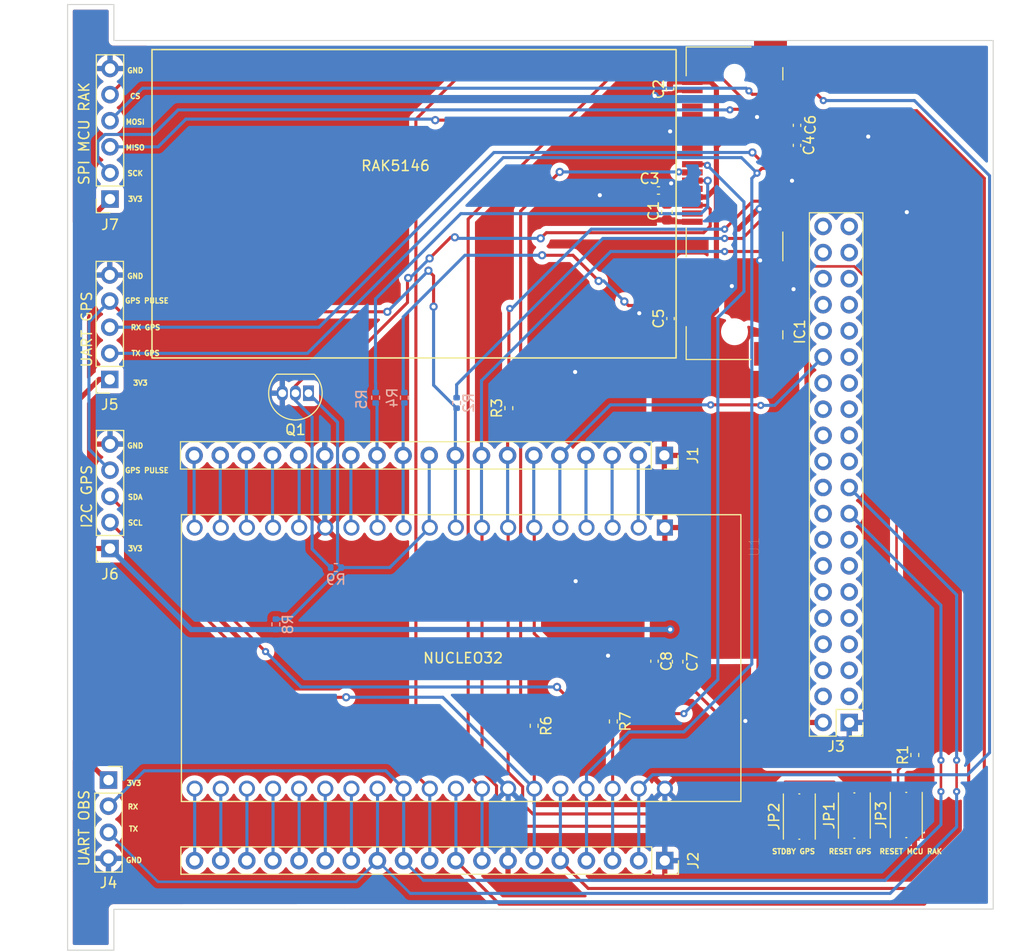
<source format=kicad_pcb>
(kicad_pcb (version 20211014) (generator pcbnew)
  (layers (0 "F.Cu" power) (31 "B.Cu" power) (34 "B.Paste" user) (35 "F.Paste" user) (36 "B.SilkS" user "B.Silkscreen") (37 "F.SilkS" user "F.Silkscreen") (38 "B.Mask" user) (39 "F.Mask" user) (44 "Edge.Cuts" user))
  (net 0 "")
  (net 1 "+3V3")
  (net 2 "GND")
  (net 6 "Net-(IC1-Pad32)")
  (net 12 "Net-(IC1-Pad30)")
  (net 16 "Net-(IC1-Pad28)")
  (net 18 "Net-(IC1-Pad23)")
  (net 19 "Net-(IC1-Pad22)")
  (net 20 "/8")
  (net 21 "Net-(IC1-Pad19)")
  (net 22 "Net-(IC1-Pad13)")
  (net 23 "/23")
  (net 24 "Net-(IC1-Pad6)")
  (net 25 "/24")
  (net 26 "/USB_DM")
  (net 27 "/USB_DP")
  (net 30 "/28")
  (net 32 "/27")
  (net 34 "/21")
  (net 35 "/29")
  (net 36 "/2")
  (net 37 "/3")
  (net 38 "/4")
  (net 39 "/5")
  (net 40 "/6")
  (net 41 "/7")
  (net 42 "/9")
  (net 43 "/10")
  (net 44 "/11")
  (net 45 "/12")
  (net 46 "/13")
  (net 47 "/15")
  (net 48 "/16")
  (net 49 "/17")
  (net 50 "/18")
  (net 51 "/19")
  (net 52 "/22")
  (net 53 "/25")
  (net 54 "/30")
  (net 55 "/31")
  (net 56 "/32")
  (net 57 "/33")
  (net 58 "/34")
  (net 59 "/35")
  (net 60 "/36")
  (net 61 "/37")
  (net 62 "/38")
  (footprint "Capacitor_SMD:C_0402_1005Metric" (layer "F.Cu") (at 162.99 40.34 -90)
    (fp_text reference "C2")
    (fp_text value "100n")
  )
  (footprint "Capacitor_SMD:C_0402_1005Metric" (layer "F.Cu") (at 161.87 50.2 180)
    (fp_text reference "C3")
    (fp_text value "100n")
  )
  (footprint "Resistor_SMD:R_0402_1005Metric" (layer "F.Cu") (at 149.78 102.28 -90)
    (fp_text reference "R6")
    (fp_text value "100")
  )
  (footprint "Button_Switch_SMD:SW_Push_1P1T_NO_CK_KMR2" (layer "F.Cu") (at 185.9635 110.955745 90)
    (fp_text reference "JP3")
    (fp_text value "Jumper_MCU_Reset_Open")
  )
  (footprint "Package_TO_SOT_THT:TO-92_Inline" (layer "F.Cu") (at 127.8335 69.920745 180)
    (fp_text reference "Q1")
    (fp_text value "BC548")
  )
  (footprint "Capacitor_SMD:C_0402_1005Metric" (layer "F.Cu") (at 163.04 62.66 90)
    (fp_text reference "C5")
    (fp_text value "100n")
  )
  (footprint "Connector_PinSocket_2.54mm:PinSocket_1x19_P2.54mm_Vertical" (layer "F.Cu") (at 162.4385 75.970745 -90)
    (fp_text reference "J1")
    (fp_text value "Conn_01x19")
  )
  (footprint "Resistor_SMD:R_0402_1005Metric" (layer "F.Cu") (at 186.7935 105.117745 90)
    (fp_text reference "R1")
    (fp_text value "0")
  )
  (footprint "Resistor_SMD:R_0402_1005Metric" (layer "F.Cu") (at 157.48 101.854 -90)
    (fp_text reference "R7")
    (fp_text value "100")
  )
  (footprint "Button_Switch_SMD:SW_Push_1P1T_NO_CK_KMR2" (layer "F.Cu") (at 175.5635 111.105745 90)
    (fp_text reference "JP2")
    (fp_text value "Jumper_STANDY_GPS_Open")
  )
  (footprint "Resistor_SMD:R_0402_1005Metric" (layer "F.Cu") (at 147.32 71.374 90)
    (fp_text reference "R3")
    (fp_text value "0")
  )
  (footprint "Connector_PinSocket_2.54mm:PinSocket_1x04_P2.54mm_Vertical" (layer "F.Cu") (at 108.3885 107.555745)
    (fp_text reference "J4")
    (fp_text value "Calculatrice_UART_groove")
  )
  (footprint "Capacitor_SMD:C_0603_1608Metric" (layer "F.Cu") (at 163.73 96.04 -90)
    (fp_text reference "C7")
    (fp_text value "10u")
  )
  (footprint "Capacitor_SMD:C_0402_1005Metric" (layer "F.Cu") (at 161.48 95.99 -90)
    (fp_text reference "C8")
    (fp_text value "100n")
  )
  (footprint "Connector_PinSocket_2.54mm:PinSocket_1x19_P2.54mm_Vertical" (layer "F.Cu") (at 162.48 115.39 -90)
    (fp_text reference "J2")
    (fp_text value "Conn_01x19")
  )
  (footprint "Capacitor_SMD:C_0402_1005Metric" (layer "F.Cu") (at 175.34 45.81 -90)
    (fp_text reference "C4")
    (fp_text value "100n")
  )
  (footprint "Button_Switch_SMD:SW_Push_1P1T_NO_CK_KMR2" (layer "F.Cu") (at 180.9135 111.005745 90)
    (fp_text reference "JP1")
    (fp_text value "Jumper_RESET_GPS_Open")
  )
  (footprint "Connector_PinSocket_2.54mm:PinSocket_1x05_P2.54mm_Vertical" (layer "F.Cu") (at 108.5135 68.580745 180)
    (fp_text reference "J5")
    (fp_text value "RAK5146_UART_groove(GPS)")
  )
  (footprint "ESP32-DEVKITC-32D:MODULE_ESP32-DEVKITC-32D" (layer "F.Cu") (at 142.73 95.69 -90)
    (fp_text reference "U1")
    (fp_text value "ESP32-DEVKITC-32D")
  )
  (footprint "Connector_PinSocket_2.54mm:PinSocket_1x06_P2.54mm_Vertical" (layer "F.Cu") (at 108.5385 51.030745 180)
    (fp_text reference "J7")
    (fp_text value "RAK5146_SPI_groove(MCU)")
  )
  (footprint "Connector_PinSocket_2.54mm:PinSocket_1x05_P2.54mm_Vertical" (layer "F.Cu") (at 108.5385 85.030745 180)
    (fp_text reference "J6")
    (fp_text value "RAK5146_I2C_groove(GPS)")
  )
  (footprint "Connector_PinHeader_2.54mm:PinHeader_2x20_P2.54mm_Vertical" (layer "F.Cu") (at 180.4135 101.955745 180)
    (fp_text reference "J3")
    (fp_text value "Bus Standard")
  )
  (footprint "Capacitor_SMD:C_0603_1608Metric" (layer "F.Cu") (at 162.69 52.29 -90)
    (fp_text reference "C1")
    (fp_text value "10u")
  )
  (footprint "Connector_PCBEdge:BUS_PCI_Express_Mini" (layer "F.Cu") (at 169.26 51.44 90)
    (fp_text reference "IC1")
    (fp_text value "PCI_EXPRESS_CARD")
  )
  (footprint "Capacitor_SMD:C_0402_1005Metric" (layer "F.Cu") (at 175.34 43.86 90)
    (fp_text reference "C6")
    (fp_text value "100n")
  )
  (footprint "Resistor_SMD:R_0402_1005Metric" (layer "B.Cu") (at 130.4985 86.880745)
    (fp_text reference "R9")
    (fp_text value "100")
  )
  (footprint "Resistor_SMD:R_0402_1005Metric" (layer "B.Cu") (at 134.366 70.358 -90)
    (fp_text reference "R5")
    (fp_text value "0")
  )
  (footprint "Resistor_SMD:R_0402_1005Metric" (layer "B.Cu") (at 142.24 70.866 90)
    (fp_text reference "R2")
    (fp_text value "100")
  )
  (footprint "Resistor_SMD:R_0402_1005Metric" (layer "B.Cu") (at 137.16 70.36 -90)
    (fp_text reference "R4")
    (fp_text value "0")
  )
  (footprint "Resistor_SMD:R_0402_1005Metric" (layer "B.Cu") (at 124.6635 92.405745 90)
    (fp_text reference "R8")
    (fp_text value "NC")
  )
  (gr_rect (start 112.62 66.49) (end 163.58 36.49) (layer "F.SilkS") (width 0.15) (fill none))
  (gr_line (start 194.4135 35.605745) (end 194.4135 120.105745) (layer "Edge.Cuts") (width 0.1))
  (gr_line (start 104.4135 32.105745) (end 108.9135 32.105745) (layer "Edge.Cuts") (width 0.1))
  (gr_line (start 108.9135 124.105745) (end 104.4135 124.105745) (layer "Edge.Cuts") (width 0.1))
  (gr_line (start 108.9135 120.130745) (end 194.4135 120.105745) (layer "Edge.Cuts") (width 0.1))
  (gr_line (start 108.9135 35.605745) (end 194.4135 35.605745) (layer "Edge.Cuts") (width 0.1))
  (gr_line (start 108.9135 32.105745) (end 108.9135 35.605745) (layer "Edge.Cuts") (width 0.1))
  (gr_line (start 104.4135 124.105745) (end 104.4135 32.105745) (layer "Edge.Cuts") (width 0.1))
  (gr_line (start 108.9135 124.105745) (end 108.9135 120.130745) (layer "Edge.Cuts") (width 0.1))
  (gr_text "UART OBS" (at 106.0215 112.231745 90) (layer "F.SilkS") (effects (font (size 1 1))))
  (gr_text "UART GPS\n" (at 106.2755 63.717745 90) (layer "F.SilkS") (effects (font (size 1 1))))
  (gr_text "GND" (at 110.9885 75.030745) (layer "F.SilkS") (effects (font (size 0.5 0.5) (thickness 0.125))))
  (gr_text "SCL" (at 110.9885 82.530745) (layer "F.SilkS") (effects (font (size 0.5 0.5) (thickness 0.125))))
  (gr_text "RX GPS" (at 111.9885 63.530745) (layer "F.SilkS") (effects (font (size 0.5 0.5) (thickness 0.125))))
  (gr_text "GND" (at 110.8635 115.355745) (layer "F.SilkS") (effects (font (size 0.5 0.5) (thickness 0.125))))
  (gr_text "STDBY GPS\n" (at 175 114.5) (layer "F.SilkS") (effects (font (size 0.5 0.5) (thickness 0.125))))
  (gr_text "NUCLEO32\n" (at 142.87 95.69) (layer "F.SilkS") (effects (font (size 1 1))))
  (gr_text "GND" (at 110.9885 38.530745) (layer "F.SilkS") (effects (font (size 0.5 0.5) (thickness 0.125))))
  (gr_text "3V3\n" (at 110.8635 107.855745) (layer "F.SilkS") (effects (font (size 0.5 0.5) (thickness 0.125))))
  (gr_text "RX" (at 110.7635 110.155745) (layer "F.SilkS") (effects (font (size 0.5 0.5) (thickness 0.125))))
  (gr_text "SCK\n" (at 110.9885 48.530745) (layer "F.SilkS") (effects (font (size 0.5 0.5) (thickness 0.125))))
  (gr_text "RAK5146\n" (at 136.3 47.8) (layer "F.SilkS") (effects (font (size 1 1))))
  (gr_text "MISO\n" (at 110.9885 46.030745) (layer "F.SilkS") (effects (font (size 0.5 0.5) (thickness 0.125))))
  (gr_text "GPS PULSE\n" (at 112.1175 60.923745) (layer "F.SilkS") (effects (font (size 0.5 0.5) (thickness 0.125))))
  (gr_text "RESET GPS" (at 180.5 114.5) (layer "F.SilkS") (effects (font (size 0.5 0.5) (thickness 0.125))))
  (gr_text "3V3\n" (at 111.4885 68.919689) (layer "F.SilkS") (effects (font (size 0.5 0.5) (thickness 0.125))))
  (gr_text "3V3\n" (at 110.9885 85.030745) (layer "F.SilkS") (effects (font (size 0.5 0.5) (thickness 0.125))))
  (gr_text "RESET MCU RAK" (at 186.4 114.5) (layer "F.SilkS") (effects (font (size 0.5 0.5) (thickness 0.125))))
  (gr_text "TX" (at 110.8135 112.305745) (layer "F.SilkS") (effects (font (size 0.5 0.5) (thickness 0.125))))
  (gr_text "SPI MCU RAK" (at 106.0215 44.667745 90) (layer "F.SilkS") (effects (font (size 1 1))))
  (gr_text "GPS PULSE\n" (at 112.1175 77.433745) (layer "F.SilkS") (effects (font (size 0.5 0.5) (thickness 0.125))))
  (gr_text "TX GPS" (at 111.9885 66.030745) (layer "F.SilkS") (effects (font (size 0.5 0.5) (thickness 0.125))))
  (gr_text "GND" (at 110.9885 58.530745) (layer "F.SilkS") (effects (font (size 0.5 0.5) (thickness 0.125))))
  (gr_text "CS" (at 110.9885 41.030745) (layer "F.SilkS") (effects (font (size 0.5 0.5) (thickness 0.125))))
  (gr_text "MOSI" (at 110.9885 43.530745) (layer "F.SilkS") (effects (font (size 0.5 0.5) (thickness 0.125))))
  (gr_text "3V3\n" (at 110.9885 51.030745) (layer "F.SilkS") (effects (font (size 0.5 0.5) (thickness 0.125))))
  (gr_text "I2C GPS\n" (at 106.2755 79.973745 90) (layer "F.SilkS") (effects (font (size 1 1))))
  (gr_text "SDA" (at 110.9885 80.030745) (layer "F.SilkS") (effects (font (size 0.5 0.5) (thickness 0.125))))
  (segment (start 108.2135 107.555745) (end 108.3885 107.555745) (width 0.5) (layer "F.Cu") (net 1))
  (segment (start 165.16 39.64) (end 166.94 39.64) (width 0.5) (layer "F.Cu") (net 1))
  (segment (start 108.5385 85.030745) (end 107.0385 85.030745) (width 0.5) (layer "F.Cu") (net 1))
  (segment (start 107.0385 85.030745) (end 105.5385 86.530745) (width 0.5) (layer "F.Cu") (net 1))
  (segment (start 167.5 45.95) (end 167.5 49.9) (width 0.5) (layer "F.Cu") (net 1))
  (segment (start 163.365 50.84) (end 162.69 51.515) (width 0.5) (layer "F.Cu") (net 1))
  (segment (start 162.99 39.86) (end 163.21 39.64) (width 0.5) (layer "F.Cu") (net 1))
  (segment (start 105.5385 86.530745) (end 105.5385 70.530745) (width 0.5) (layer "F.Cu") (net 1))
  (segment (start 167.5 44.8) (end 167.5 45.95) (width 0.5) (layer "F.Cu") (net 1))
  (segment (start 175.34 45.33) (end 175.34 44.34) (width 0.5) (layer "F.Cu") (net 1))
  (segment (start 166.94 39.64) (end 167.5 40.2) (width 0.5) (layer "F.Cu") (net 1))
  (segment (start 166.56 50.84) (end 165.16 50.84) (width 0.5) (layer "F.Cu") (net 1))
  (segment (start 168.61 44.84) (end 167.5 45.95) (width 0.5) (layer "F.Cu") (net 1))
  (segment (start 173.36 44.04) (end 168.26 44.04) (width 0.5) (layer "F.Cu") (net 1))
  (segment (start 173.36 44.84) (end 173.36 44.04) (width 0.5) (layer "F.Cu") (net 1))
  (segment (start 167.5 61.9) (end 167.5 49.9) (width 0.5) (layer "F.Cu") (net 1))
  (segment (start 163.365 50.84) (end 165.16 50.84) (width 0.5) (layer "F.Cu") (net 1))
  (segment (start 174.85 44.84) (end 175.34 45.33) (width 0.5) (layer "F.Cu") (net 1))
  (segment (start 163.365 50.84) (end 162.99 50.84) (width 0.5) (layer "F.Cu") (net 1))
  (segment (start 173.36 44.84) (end 168.61 44.84) (width 0.5) (layer "F.Cu") (net 1))
  (segment (start 163.21 39.64) (end 165.16 39.64) (width 0.5) (layer "F.Cu") (net 1))
  (segment (start 166.56 62.84) (end 167.5 61.9) (width 0.5) (layer "F.Cu") (net 1))
  (segment (start 167.5 49.9) (end 166.56 50.84) (width 0.5) (layer "F.Cu") (net 1))
  (segment (start 167.5 40.2) (end 167.5 44.8) (width 0.5) (layer "F.Cu") (net 1))
  (segment (start 168.26 44.04) (end 167.5 44.8) (width 0.5) (layer "F.Cu") (net 1))
  (segment (start 105.5385 54.030745) (end 108.5385 51.030745) (width 0.5) (layer "F.Cu") (net 1))
  (segment (start 162.99 50.84) (end 162.35 50.2) (width 0.5) (layer "F.Cu") (net 1))
  (segment (start 173.36 44.84) (end 174.85 44.84) (width 0.5) (layer "F.Cu") (net 1))
  (segment (start 173.36 44.04) (end 173.66 44.34) (width 0.5) (layer "F.Cu") (net 1))
  (segment (start 105.5385 70.530745) (end 105.5385 54.030745) (width 0.5) (layer "F.Cu") (net 1))
  (segment (start 107.4885 68.580745) (end 105.5385 70.530745) (width 0.5) (layer "F.Cu") (net 1))
  (segment (start 108.5135 68.580745) (end 107.4885 68.580745) (width 0.5) (layer "F.Cu") (net 1))
  (segment (start 173.66 44.34) (end 175.34 44.34) (width 0.5) (layer "F.Cu") (net 1))
  (segment (start 105.5385 86.530745) (end 105.5385 104.880745) (width 0.5) (layer "F.Cu") (net 1))
  (segment (start 165.16 62.84) (end 166.56 62.84) (width 0.5) (layer "F.Cu") (net 1))
  (segment (start 105.5385 104.880745) (end 108.2135 107.555745) (width 0.5) (layer "F.Cu") (net 1))
  (via (at 163.0135 92.905745) (size 0.8) (drill 0.4) (layers "F.Cu" "B.Cu") (net 1))
  (segment (start 116.4235 92.915745) (end 108.5385 85.030745) (width 0.5) (layer "B.Cu") (net 1))
  (segment (start 124.6635 92.915745) (end 124.6735 92.905745) (width 0.5) (layer "B.Cu") (net 1))
  (segment (start 124.6735 92.905745) (end 163.0135 92.905745) (width 0.5) (layer "B.Cu") (net 1))
  (segment (start 124.6635 92.915745) (end 116.4235 92.915745) (width 0.5) (layer "B.Cu") (net 1))
  (segment (start 163.64 50.04) (end 163.1 49.5) (width 0.5) (layer "F.Cu") (net 2))
  (segment (start 163.01 44.44) (end 163 44.45) (width 0.5) (layer "F.Cu") (net 2))
  (segment (start 163 46.08) (end 163 44.45) (width 0.5) (layer "F.Cu") (net 2))
  (segment (start 173.36 49.64) (end 174.46 49.64) (width 0.5) (layer "F.Cu") (net 2))
  (segment (start 173.36 45.64) (end 173.36 46.44) (width 0.5) (layer "F.Cu") (net 2))
  (segment (start 163.76 46.84) (end 163 46.08) (width 0.5) (layer "F.Cu") (net 2))
  (segment (start 160.0405 62.18) (end 160 62.1395) (width 0.5) (layer "F.Cu") (net 2))
  (segment (start 173.36 60.04) (end 174.76 60.04) (width 0.5) (layer "F.Cu") (net 2))
  (segment (start 173.36 48.84) (end 174.44 48.84) (width 0.5) (layer "F.Cu") (net 2))
  (segment (start 173.36 52.04) (end 171.74 52.04) (width 0.5) (layer "F.Cu") (net 2))
  (segment (start 165.16 44.44) (end 163.01 44.44) (width 0.5) (layer "F.Cu") (net 2))
  (segment (start 163.66 40.44) (end 165.16 40.44) (width 0.5) (layer "F.Cu") (net 2))
  (segment (start 162.865 53.24) (end 165.16 53.24) (width 0.5) (layer "F.Cu") (net 2))
  (segment (start 163.28 40.82) (end 163.66 40.44) (width 0.5) (layer "F.Cu") (net 2))
  (segment (start 175.19 46.44) (end 175.34 46.29) (width 0.5) (layer "F.Cu") (net 2))
  (segment (start 174.76 60.04) (end 175 59.8) (width 0.5) (layer "F.Cu") (net 2))
  (segment (start 171.59 43.19) (end 172.35 43.19) (width 0.5) (layer "F.Cu") (net 2))
  (segment (start 162.99 40.82) (end 161.68 40.82) (width 0.5) (layer "F.Cu") (net 2))
  (segment (start 162.69 53.065) (end 162.865 53.24) (width 0.5) (layer "F.Cu") (net 2))
  (segment (start 173.36 57.64) (end 172.39 57.64) (width 0.5) (layer "F.Cu") (net 2))
  (segment (start 163.18 62.04) (end 165.16 62.04) (width 0.5) (layer "F.Cu") (net 2))
  (segment (start 174.46 49.64) (end 174.85 49.25) (width 0.5) (layer "F.Cu") (net 2))
  (segment (start 175.34 43.38) (end 175.2 43.24) (width 0.5) (layer "F.Cu") (net 2))
  (segment (start 163.04 62.18) (end 163.18 62.04) (width 0.5) (layer "F.Cu") (net 2))
  (segment (start 162.99 40.82) (end 163.28 40.82) (width 0.5) (layer "F.Cu") (net 2))
  (segment (start 173.36 46.44) (end 175.19 46.44) (width 0.5) (layer "F.Cu") (net 2))
  (segment (start 171.45 43.05) (end 171.59 43.19) (width 0.5) (layer "F.Cu") (net 2))
  (segment (start 165.16 46.84) (end 163.76 46.84) (width 0.5) (layer "F.Cu") (net 2))
  (segment (start 163.73 96.815) (end 163.685 96.815) (width 0.3) (layer "F.Cu") (net 2))
  (segment (start 174.44 48.84) (end 174.85 49.25) (width 0.5) (layer "F.Cu") (net 2))
  (segment (start 171.74 52.04) (end 171.7 52) (width 0.5) (layer "F.Cu") (net 2))
  (segment (start 165.16 50.04) (end 163.64 50.04) (width 0.5) (layer "F.Cu") (net 2))
  (segment (start 173.36 48.84) (end 173.36 49.64) (width 0.5) (layer "F.Cu") (net 2))
  (segment (start 172.39 57.64) (end 171.75 57) (width 0.5) (layer "F.Cu") (net 2))
  (segment (start 161.68 40.82) (end 161.5 41) (width 0.5) (layer "F.Cu") (net 2))
  (segment (start 163.04 62.18) (end 160.0405 62.18) (width 0.5) (layer "F.Cu") (net 2))
  (segment (start 175.2 43.24) (end 173.36 43.24) (width 0.5) (layer "F.Cu") (net 2))
  (via (at 174.85 49.25) (size 0.8) (drill 0.4) (layers "F.Cu" "B.Cu") (net 2))
  (via (at 153.8135 88.205745) (size 0.8) (drill 0.4) (layers "F.Cu" "B.Cu") (net 2))
  (via (at 163 44.45) (size 0.8) (drill 0.4) (layers "F.Cu" "B.Cu") (net 2))
  (via (at 170.3135 101.805745) (size 0.8) (drill 0.4) (layers "F.Cu" "B.Cu") (net 2))
  (via (at 153.7635 67.855745) (size 0.8) (drill 0.4) (layers "F.Cu" "B.Cu") (net 2))
  (via (at 182.2635 44.955745) (size 0.8) (drill 0.4) (layers "F.Cu" "B.Cu") (net 2))
  (via (at 160 62.1395) (size 0.8) (drill 0.4) (layers "F.Cu" "B.Cu") (net 2))
  (via (at 171.75 57) (size 0.8) (drill 0.4) (layers "F.Cu" "B.Cu") (net 2))
  (via (at 163.1 49.5) (size 0.8) (drill 0.4) (layers "F.Cu" "B.Cu") (net 2))
  (via (at 161.5 41) (size 0.8) (drill 0.4) (layers "F.Cu" "B.Cu") (net 2))
  (via (at 175 59.8) (size 0.8) (drill 0.4) (layers "F.Cu" "B.Cu") (net 2))
  (via (at 156.9635 95.455745) (size 0.8) (drill 0.4) (layers "F.Cu" "B.Cu") (net 2))
  (via (at 171.7 52) (size 0.8) (drill 0.4) (layers "F.Cu" "B.Cu") (net 2))
  (via (at 156.1635 50.655745) (size 0.8) (drill 0.4) (layers "F.Cu" "B.Cu") (net 2))
  (via (at 171.45 43.05) (size 0.8) (drill 0.4) (layers "F.Cu" "B.Cu") (net 2))
  (via (at 186.0135 52.305745) (size 0.8) (drill 0.4) (layers "F.Cu" "B.Cu") (net 2))
  (via (at 169 59.5) (size 0.8) (drill 0.4) (layers "F.Cu" "B.Cu") (net 2))
  (segment (start 147.25 108.39) (end 147.25 115.38) (width 0.5) (layer "B.Cu") (net 2))
  (segment (start 147.24 108.4) (end 147.25 108.39) (width 0.5) (layer "B.Cu") (net 2))
  (segment (start 162.49 115.38) (end 162.48 115.39) (width 0.5) (layer "B.Cu") (net 2))
  (segment (start 162.49 108.39) (end 162.49 115.38) (width 0.5) (layer "B.Cu") (net 2))
  (segment (start 160 62.1395) (end 162.6395 59.5) (width 0.5) (layer "B.Cu") (net 2))
  (segment (start 147.25 115.38) (end 147.24 115.39) (width 0.5) (layer "B.Cu") (net 2))
  (segment (start 129.4185 75.970745) (end 129.4185 82.9385) (width 0.5) (layer "B.Cu") (net 2))
  (segment (start 162.6395 59.5) (end 169 59.5) (width 0.5) (layer "B.Cu") (net 2))
  (segment (start 162.48 108.4) (end 162.49 108.39) (width 0.5) (layer "B.Cu") (net 2))
  (segment (start 129.4185 82.9385) (end 129.47 82.99) (width 0.5) (layer "B.Cu") (net 2))
  (segment (start 165.16 47.64) (end 166.512 47.64) (width 0.3) (layer "F.Cu") (net 6))
  (segment (start 164.338 101.092) (end 157.732 101.092) (width 0.3) (layer "F.Cu") (net 6))
  (segment (start 166.512 47.64) (end 166.624 47.752) (width 0.3) (layer "F.Cu") (net 6))
  (segment (start 157.732 101.092) (end 157.48 101.344) (width 0.3) (layer "F.Cu") (net 6))
  (via (at 164.338 101.092) (size 0.7) (drill 0.3) (layers "F.Cu" "B.Cu") (net 6))
  (via (at 166.624 47.752) (size 0.7) (drill 0.3) (layers "F.Cu" "B.Cu") (net 6))
  (segment (start 167.64 62.563997) (end 167.64 97.79) (width 0.3) (layer "B.Cu") (net 6))
  (segment (start 166.624 47.752) (end 170.18 51.308) (width 0.3) (layer "B.Cu") (net 6))
  (segment (start 167.64 97.79) (end 164.338 101.092) (width 0.3) (layer "B.Cu") (net 6))
  (segment (start 170.18 60.023997) (end 167.64 62.563997) (width 0.3) (layer "B.Cu") (net 6))
  (segment (start 170.18 51.308) (end 170.18 60.023997) (width 0.3) (layer "B.Cu") (net 6))
  (segment (start 165.16 48.44) (end 163.895723 48.44) (width 0.3) (layer "F.Cu") (net 12))
  (segment (start 148.4635 100.4535) (end 148.4635 52.1965) (width 0.3) (layer "F.Cu") (net 12))
  (segment (start 163.895723 48.44) (end 163.848191 48.392468) (width 0.3) (layer "F.Cu") (net 12))
  (segment (start 149.78 101.77) (end 148.4635 100.4535) (width 0.3) (layer "F.Cu") (net 12))
  (segment (start 148.4635 52.1965) (end 152.267532 48.392468) (width 0.3) (layer "F.Cu") (net 12))
  (via (at 152.267532 48.392468) (size 0.8) (drill 0.4) (layers "F.Cu" "B.Cu") (net 12))
  (via (at 163.848191 48.392468) (size 0.7) (drill 0.3) (layers "F.Cu" "B.Cu") (net 12))
  (segment (start 163.848191 48.392468) (end 152.267532 48.392468) (width 0.3) (layer "B.Cu") (net 12))
  (segment (start 166.6405 49.24) (end 166.6505 49.25) (width 0.3) (layer "F.Cu") (net 16))
  (segment (start 165.16 49.24) (end 166.6405 49.24) (width 0.3) (layer "F.Cu") (net 16))
  (via (at 166.6505 49.25) (size 0.8) (drill 0.4) (layers "F.Cu" "B.Cu") (net 16))
  (segment (start 134.35 60.75) (end 142.65 52.45) (width 0.3) (layer "B.Cu") (net 16))
  (segment (start 134.366 69.848) (end 134.366 68.916) (width 0.3) (layer "B.Cu") (net 16))
  (segment (start 142.65 52.45) (end 166 52.45) (width 0.3) (layer "B.Cu") (net 16))
  (segment (start 134.366 68.916) (end 134.35 68.9) (width 0.3) (layer "B.Cu") (net 16))
  (segment (start 166.6505 49.25) (end 166.6505 51.7995) (width 0.3) (layer "B.Cu") (net 16))
  (segment (start 134.35 68.9) (end 134.35 60.75) (width 0.3) (layer "B.Cu") (net 16))
  (segment (start 166.6505 51.7995) (end 166 52.45) (width 0.3) (layer "B.Cu") (net 16))
  (segment (start 168.2995 53.964497) (end 171.023997 51.24) (width 0.3) (layer "F.Cu") (net 18))
  (segment (start 171.023997 51.24) (end 173.36 51.24) (width 0.3) (layer "F.Cu") (net 18))
  (segment (start 147.32 61.774245) (end 147.32 70.864) (width 0.3) (layer "F.Cu") (net 18))
  (segment (start 147.4135 61.680745) (end 147.32 61.774245) (width 0.3) (layer "F.Cu") (net 18))
  (via (at 168.2995 53.964497) (size 0.7) (drill 0.3) (layers "F.Cu" "B.Cu") (net 18))
  (via (at 147.4135 61.680745) (size 0.7) (drill 0.3) (layers "F.Cu" "B.Cu") (net 18))
  (segment (start 155.331503 53.964497) (end 168.2995 53.964497) (width 0.3) (layer "B.Cu") (net 18))
  (segment (start 147.4135 61.680745) (end 147.615255 61.680745) (width 0.3) (layer "B.Cu") (net 18))
  (segment (start 147.615255 61.680745) (end 155.331503 53.964497) (width 0.3) (layer "B.Cu") (net 18))
  (segment (start 137.4635 61.097161) (end 131.754916 66.805745) (width 0.3) (layer "F.Cu") (net 19))
  (segment (start 131.754916 66.805745) (end 128.9735 66.805745) (width 0.3) (layer "F.Cu") (net 19))
  (segment (start 137.4635 58.772745) (end 137.4635 61.097161) (width 0.3) (layer "F.Cu") (net 19))
  (segment (start 166.9 52.019245) (end 166.520755 51.64) (width 0.3) (layer "F.Cu") (net 19))
  (segment (start 126.5635 69.215745) (end 126.5635 69.920745) (width 0.3) (layer "F.Cu") (net 19))
  (segment (start 142.0635 54.755745) (end 141.6635 54.755745) (width 0.3) (layer "F.Cu") (net 19))
  (segment (start 150.9635 54.305745) (end 150.4135 54.855745) (width 0.3) (layer "F.Cu") (net 19))
  (segment (start 166.9 53.669245) (end 166.2635 54.305745) (width 0.3) (layer "F.Cu") (net 19))
  (segment (start 166.520755 51.64) (end 165.16 51.64) (width 0.3) (layer "F.Cu") (net 19))
  (segment (start 166.2635 54.305745) (end 150.9635 54.305745) (width 0.3) (layer "F.Cu") (net 19))
  (segment (start 128.9735 66.805745) (end 126.5635 69.215745) (width 0.3) (layer "F.Cu") (net 19))
  (segment (start 141.6635 54.755745) (end 139.6135 56.805745) (width 0.3) (layer "F.Cu") (net 19))
  (segment (start 166.9 52.019245) (end 166.9 53.669245) (width 0.3) (layer "F.Cu") (net 19))
  (segment (start 165.16 51.64) (end 165.31 51.79) (width 0.3) (layer "F.Cu") (net 19))
  (via (at 142.0635 54.755745) (size 0.8) (drill 0.4) (layers "F.Cu" "B.Cu") (net 19))
  (via (at 150.4135 54.855745) (size 0.8) (drill 0.4) (layers "F.Cu" "B.Cu") (net 19))
  (via (at 137.5305 58.705745) (size 0.8) (drill 0.4) (layers "F.Cu" "B.Cu") (net 19))
  (via (at 139.6135 56.805745) (size 0.8) (drill 0.4) (layers "F.Cu" "B.Cu") (net 19))
  (segment (start 142.1635 54.855745) (end 142.0635 54.755745) (width 0.3) (layer "B.Cu") (net 19))
  (segment (start 126.5635 70.625745) (end 126.5635 69.920745) (width 0.3) (layer "B.Cu") (net 19))
  (segment (start 129.9885 86.880745) (end 128.1885 85.080745) (width 0.3) (layer "B.Cu") (net 19))
  (segment (start 128.1885 85.080745) (end 128.1885 72.250745) (width 0.3) (layer "B.Cu") (net 19))
  (segment (start 137.7135 58.705745) (end 139.6135 56.805745) (width 0.3) (layer "B.Cu") (net 19))
  (segment (start 128.1885 72.250745) (end 126.5635 70.625745) (width 0.3) (layer "B.Cu") (net 19))
  (segment (start 150.4135 54.855745) (end 142.1635 54.855745) (width 0.3) (layer "B.Cu") (net 19))
  (segment (start 173.6885 112.080745) (end 174.7635 113.155745) (width 0.3) (layer "F.Cu") (net 20))
  (segment (start 144.71 106.71) (end 146.12 108.12) (width 0.3) (layer "F.Cu") (net 20))
  (segment (start 174.7635 111.005745) (end 173.6885 112.080745) (width 0.25) (layer "F.Cu") (net 20))
  (segment (start 174.646 50.44) (end 173.36 50.44) (width 0.3) (layer "F.Cu") (net 20))
  (segment (start 168.2995 56.134) (end 172.866 56.134) (width 0.3) (layer "F.Cu") (net 20))
  (segment (start 175.006 53.994) (end 175.006 50.8) (width 0.3) (layer "F.Cu") (net 20))
  (segment (start 174.7635 109.055745) (end 174.7635 111.005745) (width 0.25) (layer "F.Cu") (net 20))
  (segment (start 144.71 82.99) (end 144.71 106.71) (width 0.3) (layer "F.Cu") (net 20))
  (segment (start 147.55 112.05) (end 173.657755 112.05) (width 0.3) (layer "F.Cu") (net 20))
  (segment (start 172.866 56.134) (end 175.006 53.994) (width 0.3) (layer "F.Cu") (net 20))
  (segment (start 146.12 110.62) (end 147.55 112.05) (width 0.3) (layer "F.Cu") (net 20))
  (segment (start 146.12 108.12) (end 146.12 110.62) (width 0.3) (layer "F.Cu") (net 20))
  (segment (start 175.006 50.8) (end 174.646 50.44) (width 0.3) (layer "F.Cu") (net 20))
  (segment (start 173.657755 112.05) (end 173.6885 112.080745) (width 0.3) (layer "F.Cu") (net 20))
  (via (at 168.2995 56.134) (size 0.7) (drill 0.3) (layers "F.Cu" "B.Cu") (net 20))
  (segment (start 157.226 56.134) (end 168.2995 56.134) (width 0.3) (layer "B.Cu") (net 20))
  (segment (start 144.6585 68.7015) (end 157.226 56.134) (width 0.3) (layer "B.Cu") (net 20))
  (segment (start 144.6585 75.970745) (end 144.6585 68.7015) (width 0.3) (layer "B.Cu") (net 20))
  (segment (start 144.6585 75.970745) (end 144.6585 82.9385) (width 0.3) (layer "B.Cu") (net 20))
  (segment (start 144.6585 82.9385) (end 144.71 82.99) (width 0.3) (layer "B.Cu") (net 20))
  (segment (start 173.36 52.84) (end 172.06 52.84) (width 0.3) (layer "F.Cu") (net 21))
  (segment (start 170.036 54.864) (end 168.2995 54.864) (width 0.3) (layer "F.Cu") (net 21))
  (segment (start 172.06 52.84) (end 170.036 54.864) (width 0.3) (layer "F.Cu") (net 21))
  (via (at 168.2995 54.864) (size 0.7) (drill 0.3) (layers "F.Cu" "B.Cu") (net 21))
  (segment (start 142.24 70.356) (end 142.24 69.088) (width 0.3) (layer "B.Cu") (net 21))
  (segment (start 168.2995 54.864) (end 156.464 54.864) (width 0.3) (layer "B.Cu") (net 21))
  (segment (start 156.464 54.864) (end 142.24 69.088) (width 0.3) (layer "B.Cu") (net 21))
  (segment (start 174.665305 58.44) (end 175.522282 57.583023) (width 0.25) (layer "F.Cu") (net 22))
  (segment (start 185.0155 61.685745) (end 185.0155 102.829745) (width 0.25) (layer "F.Cu") (net 22))
  (segment (start 185.0155 102.829745) (end 186.7935 104.607745) (width 0.25) (layer "F.Cu") (net 22))
  (segment (start 180.912778 57.583023) (end 185.0155 61.685745) (width 0.25) (layer "F.Cu") (net 22))
  (segment (start 173.36 58.44) (end 174.665305 58.44) (width 0.25) (layer "F.Cu") (net 22))
  (segment (start 175.522282 57.583023) (end 180.912778 57.583023) (width 0.25) (layer "F.Cu") (net 22))
  (segment (start 171.924 48.04) (end 171.45 48.514) (width 0.3) (layer "F.Cu") (net 23))
  (segment (start 173.36 48.04) (end 171.924 48.04) (width 0.3) (layer "F.Cu") (net 23))
  (via (at 171.45 48.514) (size 0.7) (drill 0.3) (layers "F.Cu" "B.Cu") (net 23))
  (segment (start 170.942 49.022) (end 171.45 48.514) (width 0.3) (layer "B.Cu") (net 23))
  (segment (start 146.769245 47) (end 127.7285 66.040745) (width 0.3) (layer "B.Cu") (net 23))
  (segment (start 170.942 96.266) (end 170.942 49.022) (width 0.3) (layer "B.Cu") (net 23))
  (segment (start 171.45 48.514) (end 169.936 47) (width 0.3) (layer "B.Cu") (net 23))
  (segment (start 154.87 108.39) (end 154.87 115.38) (width 0.3) (layer "B.Cu") (net 23))
  (segment (start 159.004 102.87) (end 164.338 102.87) (width 0.3) (layer "B.Cu") (net 23))
  (segment (start 154.87 107.004) (end 159.004 102.87) (width 0.3) (layer "B.Cu") (net 23))
  (segment (start 154.86 108.4) (end 154.87 108.39) (width 0.3) (layer "B.Cu") (net 23))
  (segment (start 127.7285 66.040745) (end 108.5135 66.040745) (width 0.3) (layer "B.Cu") (net 23))
  (segment (start 154.87 115.38) (end 154.86 115.39) (width 0.3) (layer "B.Cu") (net 23))
  (segment (start 169.936 47) (end 146.769245 47) (width 0.3) (layer "B.Cu") (net 23))
  (segment (start 154.87 108.39) (end 154.87 107.004) (width 0.3) (layer "B.Cu") (net 23))
  (segment (start 164.338 102.87) (end 170.942 96.266) (width 0.3) (layer "B.Cu") (net 23))
  (segment (start 158.94 61.39) (end 158.55 61) (width 0.3) (layer "F.Cu") (net 24))
  (segment (start 165.16 61.24) (end 165.01 61.39) (width 0.3) (layer "F.Cu") (net 24))
  (segment (start 165.01 61.39) (end 158.94 61.39) (width 0.3) (layer "F.Cu") (net 24))
  (segment (start 156.05 59) (end 153.55 56.5) (width 0.3) (layer "F.Cu") (net 24))
  (segment (start 153.55 56.5) (end 150.55 56.5) (width 0.3) (layer "F.Cu") (net 24))
  (via (at 156.05 59) (size 0.8) (drill 0.4) (layers "F.Cu" "B.Cu") (net 24))
  (via (at 150.55 56.5) (size 0.8) (drill 0.4) (layers "F.Cu" "B.Cu") (net 24))
  (via (at 158.55 61) (size 0.8) (drill 0.4) (layers "F.Cu" "B.Cu") (net 24))
  (segment (start 137.05 62.5) (end 137.05 69.74) (width 0.3) (layer "B.Cu") (net 24))
  (segment (start 143.05 56.5) (end 137.05 62.5) (width 0.3) (layer "B.Cu") (net 24))
  (segment (start 158.55 61) (end 156.55 59) (width 0.3) (layer "B.Cu") (net 24))
  (segment (start 156.55 59) (end 156.05 59) (width 0.3) (layer "B.Cu") (net 24))
  (segment (start 150.55 56.5) (end 143.05 56.5) (width 0.3) (layer "B.Cu") (net 24))
  (segment (start 137.05 69.74) (end 137.16 69.85) (width 0.3) (layer "B.Cu") (net 24))
  (segment (start 173.36 47.24) (end 171.74 47.24) (width 0.3) (layer "F.Cu") (net 25))
  (segment (start 186.694 118.102) (end 155.032 118.102) (width 0.3) (layer "F.Cu") (net 25))
  (segment (start 192.028 50.538) (end 192.028 112.768) (width 0.3) (layer "F.Cu") (net 25))
  (segment (start 188.73 47.24) (end 192.028 50.538) (width 0.3) (layer "F.Cu") (net 25))
  (segment (start 171.74 47.24) (end 171 46.5) (width 0.3) (layer "F.Cu") (net 25))
  (segment (start 155.032 118.102) (end 152.32 115.39) (width 0.3) (layer "F.Cu") (net 25))
  (segment (start 192.028 112.768) (end 186.694 118.102) (width 0.3) (layer "F.Cu") (net 25))
  (segment (start 173.36 47.24) (end 188.73 47.24) (width 0.3) (layer "F.Cu") (net 25))
  (via (at 171 46.5) (size 0.8) (drill 0.4) (layers "F.Cu" "B.Cu") (net 25))
  (segment (start 128.8685 63.500745) (end 108.5135 63.500745) (width 0.3) (layer "B.Cu") (net 25))
  (segment (start 152.33 115.38) (end 152.32 115.39) (width 0.3) (layer "B.Cu") (net 25))
  (segment (start 171 46.5) (end 145.869245 46.5) (width 0.3) (layer "B.Cu") (net 25))
  (segment (start 145.869245 46.5) (end 128.8685 63.500745) (width 0.3) (layer "B.Cu") (net 25))
  (segment (start 152.32 108.4) (end 152.33 108.39) (width 0.3) (layer "B.Cu") (net 25))
  (segment (start 152.33 108.39) (end 152.33 115.38) (width 0.3) (layer "B.Cu") (net 25))
  (segment (start 168.869245 42.3) (end 168.8135 42.355745) (width 0.3) (layer "F.Cu") (net 30))
  (segment (start 173.36 42.44) (end 173.22 42.3) (width 0.3) (layer "F.Cu") (net 30))
  (segment (start 187.71 119.626) (end 146.396 119.626) (width 0.3) (layer "F.Cu") (net 30))
  (segment (start 193.552 49.014) (end 193.552 113.784) (width 0.3) (layer "F.Cu") (net 30))
  (segment (start 193.552 113.784) (end 187.71 119.626) (width 0.3) (layer "F.Cu") (net 30))
  (segment (start 173.22 42.3) (end 168.869245 42.3) (width 0.3) (layer "F.Cu") (net 30))
  (segment (start 173.36 42.44) (end 186.978 42.44) (width 0.3) (layer "F.Cu") (net 30))
  (segment (start 186.978 42.44) (end 193.552 49.014) (width 0.3) (layer "F.Cu") (net 30))
  (segment (start 146.396 119.626) (end 142.16 115.39) (width 0.3) (layer "F.Cu") (net 30))
  (via (at 168.8135 42.355745) (size 0.7) (drill 0.3) (layers "F.Cu" "B.Cu") (net 30))
  (segment (start 115.1635 42.355745) (end 112.7685 44.750745) (width 0.3) (layer "B.Cu") (net 30))
  (segment (start 142.17 108.39) (end 142.17 115.38) (width 0.3) (layer "B.Cu") (net 30))
  (segment (start 168.8135 42.355745) (end 115.1635 42.355745) (width 0.3) (layer "B.Cu") (net 30))
  (segment (start 107.3385 45.453688) (end 107.3385 47.290745) (width 0.3) (layer "B.Cu") (net 30))
  (segment (start 142.17 115.38) (end 142.16 115.39) (width 0.3) (layer "B.Cu") (net 30))
  (segment (start 142.16 108.4) (end 142.17 108.39) (width 0.3) (layer "B.Cu") (net 30))
  (segment (start 107.3385 47.290745) (end 108.5385 48.490745) (width 0.3) (layer "B.Cu") (net 30))
  (segment (start 108.041443 44.750745) (end 107.3385 45.453688) (width 0.3) (layer "B.Cu") (net 30))
  (segment (start 112.7685 44.750745) (end 108.041443 44.750745) (width 0.3) (layer "B.Cu") (net 30))
  (segment (start 170.418 41.64) (end 165.608 36.83) (width 0.3) (layer "F.Cu") (net 32))
  (segment (start 143.3635 107.0435) (end 144.71 108.39) (width 0.3) (layer "F.Cu") (net 32))
  (segment (start 140.1635 43.355745) (end 152.986256 43.355745) (width 0.3) (layer "F.Cu") (net 32))
  (segment (start 152.986256 43.355745) (end 153.024878 43.317123) (width 0.3) (layer "F.Cu") (net 32))
  (segment (start 165.608 36.83) (end 159.512 36.83) (width 0.3) (layer "F.Cu") (net 32))
  (segment (start 153.024878 43.317123) (end 143.3635 52.9785) (width 0.3) (layer "F.Cu") (net 32))
  (segment (start 143.3635 52.9785) (end 143.3635 107.0435) (width 0.3) (layer "F.Cu") (net 32))
  (segment (start 159.512 36.83) (end 153.024878 43.317123) (width 0.3) (layer "F.Cu") (net 32))
  (segment (start 173.36 41.64) (end 170.418 41.64) (width 0.3) (layer "F.Cu") (net 32))
  (via (at 140.1635 43.355745) (size 0.8) (drill 0.4) (layers "F.Cu" "B.Cu") (net 32))
  (segment (start 115.9135 43.255745) (end 113.2185 45.950745) (width 0.3) (layer "B.Cu") (net 32))
  (segment (start 144.71 115.38) (end 144.7 115.39) (width 0.3) (layer "B.Cu") (net 32))
  (segment (start 144.7 108.4) (end 144.71 108.39) (width 0.3) (layer "B.Cu") (net 32))
  (segment (start 113.2185 45.950745) (end 108.5385 45.950745) (width 0.3) (layer "B.Cu") (net 32))
  (segment (start 140.0635 43.255745) (end 115.9135 43.255745) (width 0.3) (layer "B.Cu") (net 32))
  (segment (start 144.71 108.39) (end 144.71 115.38) (width 0.3) (layer "B.Cu") (net 32))
  (segment (start 140.1635 43.355745) (end 140.0635 43.255745) (width 0.3) (layer "B.Cu") (net 32))
  (segment (start 173.36 40.84) (end 177.29 40.84) (width 0.3) (layer "F.Cu") (net 34))
  (segment (start 173.36 40.84) (end 170.997755 40.84) (width 0.3) (layer "F.Cu") (net 34))
  (segment (start 170.997755 40.84) (end 170.6635 40.505745) (width 0.3) (layer "F.Cu") (net 34))
  (segment (start 177.29 40.84) (end 177.9 41.45) (width 0.3) (layer "F.Cu") (net 34))
  (via (at 170.6635 40.505745) (size 0.7) (drill 0.3) (layers "F.Cu" "B.Cu") (net 34))
  (via (at 177.9 41.45) (size 0.7) (drill 0.3) (layers "F.Cu" "B.Cu") (net 34))
  (segment (start 186.75 41.45) (end 194.06 48.76) (width 0.3) (layer "B.Cu") (net 34))
  (segment (start 177.9 41.45) (end 186.75 41.45) (width 0.3) (layer "B.Cu") (net 34))
  (segment (start 159.95 115.38) (end 159.94 115.39) (width 0.3) (layer "B.Cu") (net 34))
  (segment (start 194.06 104.894) (end 191.914 107.04) (width 0.3) (layer "B.Cu") (net 34))
  (segment (start 170.407755 40.25) (end 111.699245 40.25) (width 0.3) (layer "B.Cu") (net 34))
  (segment (start 161.3 107.04) (end 191.914 107.04) (width 0.3) (layer "B.Cu") (net 34))
  (segment (start 159.94 108.4) (end 159.95 108.39) (width 0.3) (layer "B.Cu") (net 34))
  (segment (start 161.3 107.04) (end 159.95 108.39) (width 0.3) (layer "B.Cu") (net 34))
  (segment (start 159.95 108.39) (end 159.95 115.38) (width 0.3) (layer "B.Cu") (net 34))
  (segment (start 170.6635 40.505745) (end 170.407755 40.25) (width 0.3) (layer "B.Cu") (net 34))
  (segment (start 194.06 48.76) (end 194.06 104.894) (width 0.3) (layer "B.Cu") (net 34))
  (segment (start 111.699245 40.25) (end 108.5385 43.410745) (width 0.3) (layer "B.Cu") (net 34))
  (segment (start 168.95 36.33) (end 145.22 36.33) (width 0.3) (layer "F.Cu") (net 35))
  (segment (start 139.63 108.39) (end 138.28 107.04) (width 0.3) (layer "F.Cu") (net 35))
  (segment (start 173.36 40.04) (end 172.56 40.04) (width 0.3) (layer "F.Cu") (net 35))
  (segment (start 173.36 40.04) (end 172.66 40.04) (width 0.3) (layer "F.Cu") (net 35))
  (segment (start 145.22 36.33) (end 138.28 43.27) (width 0.3) (layer "F.Cu") (net 35))
  (segment (start 113.1035 36.305745) (end 108.5385 40.870745) (width 0.3) (layer "F.Cu") (net 35))
  (segment (start 145.195745 36.305745) (end 113.1035 36.305745) (width 0.3) (layer "F.Cu") (net 35))
  (segment (start 172.66 40.04) (end 168.95 36.33) (width 0.3) (layer "F.Cu") (net 35))
  (segment (start 145.22 36.33) (end 145.195745 36.305745) (width 0.3) (layer "F.Cu") (net 35))
  (segment (start 138.28 107.04) (end 138.28 43.27) (width 0.3) (layer "F.Cu") (net 35))
  (segment (start 139.62 108.4) (end 139.63 108.39) (width 0.3) (layer "B.Cu") (net 35))
  (segment (start 139.63 115.38) (end 139.62 115.39) (width 0.3) (layer "B.Cu") (net 35))
  (segment (start 139.63 108.39) (end 139.63 115.38) (width 0.3) (layer "B.Cu") (net 35))
  (segment (start 159.8985 82.9385) (end 159.95 82.99) (width 0.3) (layer "B.Cu") (net 36))
  (segment (start 159.8985 75.970745) (end 159.8985 82.9385) (width 0.3) (layer "B.Cu") (net 36))
  (segment (start 157.3585 75.970745) (end 157.3585 82.9385) (width 0.3) (layer "B.Cu") (net 37))
  (segment (start 157.3585 82.9385) (end 157.41 82.99) (width 0.3) (layer "B.Cu") (net 37))
  (segment (start 154.8185 75.970745) (end 154.8185 82.9385) (width 0.3) (layer "B.Cu") (net 38))
  (segment (start 154.8185 82.9385) (end 154.87 82.99) (width 0.3) (layer "B.Cu") (net 38))
  (segment (start 171.7635 71.055745) (end 171.8135 71.105745) (width 0.3) (layer "F.Cu") (net 39))
  (segment (start 166.9405 71.055745) (end 171.7635 71.055745) (width 0.3) (layer "F.Cu") (net 39))
  (via (at 171.8135 71.105745) (size 0.7) (drill 0.3) (layers "F.Cu" "B.Cu") (net 39))
  (via (at 166.9405 71.055745) (size 0.7) (drill 0.3) (layers "F.Cu" "B.Cu") (net 39))
  (segment (start 152.2785 82.9385) (end 152.33 82.99) (width 0.3) (layer "B.Cu") (net 39))
  (segment (start 173.1635 71.105745) (end 177.8735 66.395745) (width 0.3) (layer "B.Cu") (net 39))
  (segment (start 157.1935 71.055745) (end 152.2785 75.970745) (width 0.3) (layer "B.Cu") (net 39))
  (segment (start 152.2785 75.970745) (end 152.2785 82.9385) (width 0.3) (layer "B.Cu") (net 39))
  (segment (start 171.8135 71.105745) (end 173.1635 71.105745) (width 0.3) (layer "B.Cu") (net 39))
  (segment (start 166.9405 71.055745) (end 157.1935 71.055745) (width 0.3) (layer "B.Cu") (net 39))
  (segment (start 172.5 106) (end 185.757755 106) (width 0.3) (layer "F.Cu") (net 40))
  (segment (start 155.489339 99) (end 165.5 99) (width 0.3) (layer "F.Cu") (net 40))
  (segment (start 149.79 82.99) (end 149.79 93.300661) (width 0.3) (layer "F.Cu") (net 40))
  (segment (start 185.1635 106.594255) (end 185.757755 106) (width 0.25) (layer "F.Cu") (net 40))
  (segment (start 186.421245 106) (end 186.7935 105.627745) (width 0.3) (layer "F.Cu") (net 40))
  (segment (start 185.1635 108.905745) (end 185.1635 113.005745) (width 0.25) (layer "F.Cu") (net 40))
  (segment (start 185.1635 108.905745) (end 185.1635 106.594255) (width 0.25) (layer "F.Cu") (net 40))
  (segment (start 149.79 93.300661) (end 155.489339 99) (width 0.3) (layer "F.Cu") (net 40))
  (segment (start 185.757755 106) (end 186.421245 106) (width 0.3) (layer "F.Cu") (net 40))
  (segment (start 165.5 99) (end 172.5 106) (width 0.3) (layer "F.Cu") (net 40))
  (segment (start 149.7385 75.970745) (end 149.7385 82.9385) (width 0.3) (layer "B.Cu") (net 40))
  (segment (start 149.7385 82.9385) (end 149.79 82.99) (width 0.3) (layer "B.Cu") (net 40))
  (segment (start 148.66 108.201938) (end 148.66 109.86) (width 0.3) (layer "F.Cu") (net 41))
  (segment (start 147.32 71.884) (end 147.1985 72.0055) (width 0.3) (layer "F.Cu") (net 41))
  (segment (start 147.25 106.791938) (end 148.66 108.201938) (width 0.3) (layer "F.Cu") (net 41))
  (segment (start 171.1 110.85) (end 174.2 107.75) (width 0.3) (layer "F.Cu") (net 41))
  (segment (start 147.25 82.99) (end 147.25 106.791938) (width 0.3) (layer "F.Cu") (net 41))
  (segment (start 149.65 110.85) (end 171.1 110.85) (width 0.3) (layer "F.Cu") (net 41))
  (segment (start 174.2 107.75) (end 178.907755 107.75) (width 0.3) (layer "F.Cu") (net 41))
  (segment (start 147.1985 72.0055) (end 147.1985 75.970745) (width 0.3) (layer "F.Cu") (net 41))
  (segment (start 180.1135 108.955745) (end 180.1135 113.055745) (width 0.3) (layer "F.Cu") (net 41))
  (segment (start 148.66 109.86) (end 149.65 110.85) (width 0.3) (layer "F.Cu") (net 41))
  (segment (start 178.907755 107.75) (end 180.1135 108.955745) (width 0.3) (layer "F.Cu") (net 41))
  (segment (start 147.1985 75.970745) (end 147.1985 82.9385) (width 0.3) (layer "B.Cu") (net 41))
  (segment (start 147.1985 82.9385) (end 147.25 82.99) (width 0.3) (layer "B.Cu") (net 41))
  (segment (start 140 61.5) (end 140 58.5) (width 0.3) (layer "F.Cu") (net 42))
  (segment (start 109.552755 62) (end 108.5135 60.960745) (width 0.3) (layer "F.Cu") (net 42))
  (segment (start 135.5 62) (end 109.552755 62) (width 0.3) (layer "F.Cu") (net 42))
  (segment (start 140 58.5) (end 139.5 58) (width 0.3) (layer "F.Cu") (net 42))
  (via (at 139.5 58) (size 0.8) (drill 0.4) (layers "F.Cu" "B.Cu") (net 42))
  (via (at 135.5 62) (size 0.8) (drill 0.4) (layers "F.Cu" "B.Cu") (net 42))
  (via (at 140 61.5) (size 0.8) (drill 0.4) (layers "F.Cu" "B.Cu") (net 42))
  (segment (start 140 69.136) (end 140 61.5) (width 0.3) (layer "B.Cu") (net 42))
  (segment (start 106.4885 75.360745) (end 106.4885 75.030745) (width 0.3) (layer "B.Cu") (net 42))
  (segment (start 142.24 71.376) (end 140 69.136) (width 0.3) (layer "B.Cu") (net 42))
  (segment (start 139.5 58) (end 135.5 62) (width 0.3) (layer "B.Cu") (net 42))
  (segment (start 106.4885 62.985745) (end 106.4885 75.030745) (width 0.3) (layer "B.Cu") (net 42))
  (segment (start 108.5135 60.960745) (end 106.4885 62.985745) (width 0.3) (layer "B.Cu") (net 42))
  (segment (start 142.1185 75.970745) (end 142.1185 71.4975) (width 0.3) (layer "B.Cu") (net 42))
  (segment (start 142.1185 75.970745) (end 142.1185 82.9385) (width 0.3) (layer "B.Cu") (net 42))
  (segment (start 142.1185 82.9385) (end 142.17 82.99) (width 0.3) (layer "B.Cu") (net 42))
  (segment (start 108.5385 77.410745) (end 106.4885 75.360745) (width 0.3) (layer "B.Cu") (net 42))
  (segment (start 142.1185 71.4975) (end 142.24 71.376) (width 0.3) (layer "B.Cu") (net 42))
  (segment (start 139.5785 75.970745) (end 139.5785 82.9385) (width 0.3) (layer "B.Cu") (net 43))
  (segment (start 135.739255 86.880745) (end 131.3385 86.880745) (width 0.3) (layer "B.Cu") (net 43))
  (segment (start 125.9935 91.895745) (end 131.0085 86.880745) (width 0.3) (layer "B.Cu") (net 43))
  (segment (start 139.5785 82.9385) (end 139.63 82.99) (width 0.3) (layer "B.Cu") (net 43))
  (segment (start 124.6635 91.895745) (end 125.9935 91.895745) (width 0.3) (layer "B.Cu") (net 43))
  (segment (start 130.6635 86.535745) (end 130.6635 72.750745) (width 0.3) (layer "B.Cu") (net 43))
  (segment (start 131.0085 86.880745) (end 130.6635 86.535745) (width 0.3) (layer "B.Cu") (net 43))
  (segment (start 131.3385 86.880745) (end 131.0085 86.880745) (width 0.3) (layer "B.Cu") (net 43))
  (segment (start 130.6635 72.750745) (end 127.8335 69.920745) (width 0.3) (layer "B.Cu") (net 43))
  (segment (start 139.63 82.99) (end 135.739255 86.880745) (width 0.3) (layer "B.Cu") (net 43))
  (segment (start 137.0385 82.9385) (end 137.09 82.99) (width 0.3) (layer "B.Cu") (net 44))
  (segment (start 137.0385 75.970745) (end 137.0385 70.9915) (width 0.3) (layer "B.Cu") (net 44))
  (segment (start 137.0385 70.9915) (end 137.16 70.87) (width 0.3) (layer "B.Cu") (net 44))
  (segment (start 137.0385 75.970745) (end 137.0385 82.9385) (width 0.3) (layer "B.Cu") (net 44))
  (segment (start 134.4985 82.9385) (end 134.55 82.99) (width 0.3) (layer "B.Cu") (net 45))
  (segment (start 134.4985 71.0005) (end 134.366 70.868) (width 0.3) (layer "B.Cu") (net 45))
  (segment (start 134.4985 75.970745) (end 134.4985 71.0005) (width 0.3) (layer "B.Cu") (net 45))
  (segment (start 134.366 70.868) (end 134.54 71.042) (width 0.3) (layer "B.Cu") (net 45))
  (segment (start 134.4985 75.970745) (end 134.4985 82.9385) (width 0.3) (layer "B.Cu") (net 45))
  (segment (start 131.9585 82.9385) (end 132.01 82.99) (width 0.3) (layer "B.Cu") (net 46))
  (segment (start 131.9585 75.970745) (end 131.9585 82.9385) (width 0.3) (layer "B.Cu") (net 46))
  (segment (start 126.8785 82.9385) (end 126.93 82.99) (width 0.25) (layer "B.Cu") (net 47))
  (segment (start 126.93 75.939245) (end 126.93 82.99) (width 0.3) (layer "B.Cu") (net 47))
  (segment (start 126.8985 75.970745) (end 126.93 75.939245) (width 0.3) (layer "B.Cu") (net 47))
  (segment (start 126.8785 75.970745) (end 126.8985 75.970745) (width 0.3) (layer "B.Cu") (net 47))
  (segment (start 124.3385 75.970745) (end 124.3385 82.9385) (width 0.3) (layer "B.Cu") (net 48))
  (segment (start 124.3385 82.9385) (end 124.39 82.99) (width 0.3) (layer "B.Cu") (net 48))
  (segment (start 121.7985 75.970745) (end 121.7985 82.9385) (width 0.3) (layer "B.Cu") (net 49))
  (segment (start 121.7985 82.9385) (end 121.85 82.99) (width 0.3) (layer "B.Cu") (net 49))
  (segment (start 119.2585 75.970745) (end 119.2585 82.9385) (width 0.3) (layer "B.Cu") (net 50))
  (segment (start 119.2585 82.9385) (end 119.31 82.99) (width 0.3) (layer "B.Cu") (net 50))
  (segment (start 116.7185 75.970745) (end 116.7185 82.9385) (width 0.3) (layer "B.Cu") (net 51))
  (segment (start 116.7185 82.9385) (end 116.77 82.99) (width 0.3) (layer "B.Cu") (net 51))
  (segment (start 123.6435 95.055745) (end 108.5385 79.950745) (width 0.3) (layer "F.Cu") (net 52))
  (segment (start 157.48 102.364) (end 157.41 102.434) (width 0.3) (layer "F.Cu") (net 52))
  (segment (start 157.41 102.434) (end 157.41 108.39) (width 0.3) (layer "F.Cu") (net 52))
  (segment (start 123.6635 95.055745) (end 123.6435 95.055745) (width 0.3) (layer "F.Cu") (net 52))
  (segment (start 155.864 102.364) (end 152 98.5) (width 0.3) (layer "F.Cu") (net 52))
  (segment (start 157.48 102.364) (end 155.864 102.364) (width 0.3) (layer "F.Cu") (net 52))
  (via (at 123.6635 95.055745) (size 0.7) (drill 0.3) (layers "F.Cu" "B.Cu") (net 52))
  (via (at 152 98.5) (size 0.8) (drill 0.4) (layers "F.Cu" "B.Cu") (net 52))
  (segment (start 127.107755 98.5) (end 152 98.5) (width 0.3) (layer "B.Cu") (net 52))
  (segment (start 157.41 115.38) (end 157.4 115.39) (width 0.3) (layer "B.Cu") (net 52))
  (segment (start 157.41 108.39) (end 157.41 115.38) (width 0.3) (layer "B.Cu") (net 52))
  (segment (start 123.6635 95.055745) (end 127.107755 98.5) (width 0.3) (layer "B.Cu") (net 52))
  (segment (start 157.4 108.4) (end 157.41 108.39) (width 0.3) (layer "B.Cu") (net 52))
  (segment (start 149.78 102.79) (end 149.79 102.8) (width 0.3) (layer "F.Cu") (net 53))
  (segment (start 149.79 102.8) (end 149.79 108.39) (width 0.3) (layer "F.Cu") (net 53))
  (segment (start 108.5385 82.490745) (end 125.5535 99.505745) (width 0.3) (layer "F.Cu") (net 53))
  (segment (start 125.5535 99.505745) (end 131.494255 99.505745) (width 0.3) (layer "F.Cu") (net 53))
  (segment (start 131.494255 99.505745) (end 131.5 99.5) (width 0.3) (layer "F.Cu") (net 53))
  (via (at 131.5 99.5) (size 0.8) (drill 0.4) (layers "F.Cu" "B.Cu") (net 53))
  (segment (start 149.79 115.38) (end 149.78 115.39) (width 0.3) (layer "B.Cu") (net 53))
  (segment (start 149.78 108.4) (end 149.79 108.39) (width 0.3) (layer "B.Cu") (net 53))
  (segment (start 140.9 99.5) (end 135 99.5) (width 0.3) (layer "B.Cu") (net 53))
  (segment (start 149.79 108.39) (end 140.9 99.5) (width 0.3) (layer "B.Cu") (net 53))
  (segment (start 149.79 108.39) (end 149.79 115.38) (width 0.3) (layer "B.Cu") (net 53))
  (segment (start 135 99.5) (end 131.5 99.5) (width 0.3) (layer "B.Cu") (net 53))
  (segment (start 189.3335 105.627745) (end 189.3335 108.675745) (width 0.25) (layer "F.Cu") (net 54))
  (via (at 189.3335 105.627745) (size 0.7) (drill 0.3) (layers "F.Cu" "B.Cu") (net 54))
  (via (at 189.3335 108.675745) (size 0.7) (drill 0.3) (layers "F.Cu" "B.Cu") (net 54))
  (segment (start 189.3335 111.885745) (end 183.9075 117.311745) (width 0.3) (layer "B.Cu") (net 54))
  (segment (start 183.9075 117.311745) (end 139.001745 117.311745) (width 0.3) (layer "B.Cu") (net 54))
  (segment (start 137.09 115.38) (end 137.08 115.39) (width 0.3) (layer "B.Cu") (net 54))
  (segment (start 139.001745 117.311745) (end 137.08 115.39) (width 0.25) (layer "B.Cu") (net 54))
  (segment (start 108.4235 110.095745) (end 111.8635 106.655745) (width 0.3) (layer "B.Cu") (net 54))
  (segment (start 111.8635 106.655745) (end 135.355745 106.655745) (width 0.3) (layer "B.Cu") (net 54))
  (segment (start 189.3335 108.675745) (end 189.3335 111.885745) (width 0.3) (layer "B.Cu") (net 54))
  (segment (start 108.3885 110.095745) (end 108.4235 110.095745) (width 0.3) (layer "B.Cu") (net 54))
  (segment (start 189.3335 90.555745) (end 189.3335 105.627745) (width 0.3) (layer "B.Cu") (net 54))
  (segment (start 137.09 108.39) (end 137.09 115.38) (width 0.3) (layer "B.Cu") (net 54))
  (segment (start 180.4135 81.635745) (end 189.3335 90.555745) (width 0.3) (layer "B.Cu") (net 54))
  (segment (start 137.08 108.4) (end 137.09 108.39) (width 0.3) (layer "B.Cu") (net 54))
  (segment (start 135.355745 106.655745) (end 137.09 108.39) (width 0.3) (layer "B.Cu") (net 54))
  (segment (start 190.8575 105.627745) (end 190.8575 108.675745) (width 0.25) (layer "F.Cu") (net 55))
  (via (at 190.8575 108.675745) (size 0.7) (drill 0.3) (layers "F.Cu" "B.Cu") (net 55))
  (via (at 190.8575 105.627745) (size 0.7) (drill 0.3) (layers "F.Cu" "B.Cu") (net 55))
  (segment (start 134.55 108.39) (end 134.55 115.38) (width 0.3) (layer "B.Cu") (net 55))
  (segment (start 134.54 115.39) (end 132.474255 117.455745) (width 0.25) (layer "B.Cu") (net 55))
  (segment (start 134.55 115.38) (end 134.54 115.39) (width 0.3) (layer "B.Cu") (net 55))
  (segment (start 180.4135 79.095745) (end 190.8575 89.539745) (width 0.3) (layer "B.Cu") (net 55))
  (segment (start 184.3875 118.581745) (end 137.731745 118.581745) (width 0.3) (layer "B.Cu") (net 55))
  (segment (start 190.8575 108.675745) (end 190.8575 112.111745) (width 0.3) (layer "B.Cu") (net 55))
  (segment (start 132.474255 117.455745) (end 113.2085 117.455745) (width 0.25) (layer "B.Cu") (net 55))
  (segment (start 113.2085 117.455745) (end 108.3885 112.635745) (width 0.25) (layer "B.Cu") (net 55))
  (segment (start 137.731745 118.581745) (end 134.54 115.39) (width 0.25) (layer "B.Cu") (net 55))
  (segment (start 190.8575 89.539745) (end 190.8575 105.627745) (width 0.3) (layer "B.Cu") (net 55))
  (segment (start 134.54 108.4) (end 134.55 108.39) (width 0.3) (layer "B.Cu") (net 55))
  (segment (start 190.8575 112.111745) (end 184.3875 118.581745) (width 0.3) (layer "B.Cu") (net 55))
  (segment (start 132 108.4) (end 132.01 108.39) (width 0.3) (layer "B.Cu") (net 56))
  (segment (start 132.01 115.38) (end 132 115.39) (width 0.3) (layer "B.Cu") (net 56))
  (segment (start 132.01 108.39) (end 132.01 115.38) (width 0.3) (layer "B.Cu") (net 56))
  (segment (start 129.47 108.39) (end 129.47 115.38) (width 0.3) (layer "B.Cu") (net 57))
  (segment (start 129.46 108.4) (end 129.47 108.39) (width 0.3) (layer "B.Cu") (net 57))
  (segment (start 129.47 115.38) (end 129.46 115.39) (width 0.3) (layer "B.Cu") (net 57))
  (segment (start 126.92 108.4) (end 126.93 108.39) (width 0.3) (layer "B.Cu") (net 58))
  (segment (start 126.93 108.39) (end 126.93 115.38) (width 0.3) (layer "B.Cu") (net 58))
  (segment (start 126.93 115.38) (end 126.92 115.39) (width 0.3) (layer "B.Cu") (net 58))
  (segment (start 124.38 108.4) (end 124.39 108.39) (width 0.3) (layer "B.Cu") (net 59))
  (segment (start 124.39 115.38) (end 124.38 115.39) (width 0.3) (layer "B.Cu") (net 59))
  (segment (start 124.39 108.39) (end 124.39 115.38) (width 0.3) (layer "B.Cu") (net 59))
  (segment (start 121.85 115.38) (end 121.84 115.39) (width 0.3) (layer "B.Cu") (net 60))
  (segment (start 121.84 108.4) (end 121.85 108.39) (width 0.3) (layer "B.Cu") (net 60))
  (segment (start 121.85 108.39) (end 121.85 115.38) (width 0.3) (layer "B.Cu") (net 60))
  (segment (start 119.3 108.4) (end 119.31 108.39) (width 0.3) (layer "B.Cu") (net 61))
  (segment (start 119.31 115.38) (end 119.3 115.39) (width 0.3) (layer "B.Cu") (net 61))
  (segment (start 119.31 108.39) (end 119.31 115.38) (width 0.3) (layer "B.Cu") (net 61))
  (segment (start 116.77 115.38) (end 116.76 115.39) (width 0.3) (layer "B.Cu") (net 62))
  (segment (start 116.77 108.39) (end 116.77 115.38) (width 0.3) (layer "B.Cu") (net 62))
  (segment (start 116.76 108.4) (end 116.77 108.39) (width 0.3) (layer "B.Cu") (net 62))
  (zone (net 1) (net_name "+3V3") (layer "F.Cu") (priority 1) (connect_pads (clearance 0.508)) (min_thickness 0.254) (fill yes (thermal_gap 0.508) (thermal_bridge_width 0.508))
    (polygon (pts (xy 176.429351 100.676057) (xy 179.167361 100.673732) (xy 179.128267 103.329893) (xy 171.289479 103.438144) (xy 171.4 95.75) (xy 161 95.8) (xy 161.27442 62.33598) (xy 167.5 62.5) (xy 175.43 64.64)))
  )
  (zone (net 2) (net_name "GND") (layers F&B.Cu) (connect_pads (clearance 0.508)) (min_thickness 0.254) (fill yes (thermal_gap 0.508) (thermal_bridge_width 0.508))
    (polygon (pts (xy 197.410185 123.749369) (xy 98.294732 124.216934) (xy 98.344732 31.666934) (xy 197.2075 32.221745)))
  )
)
</source>
